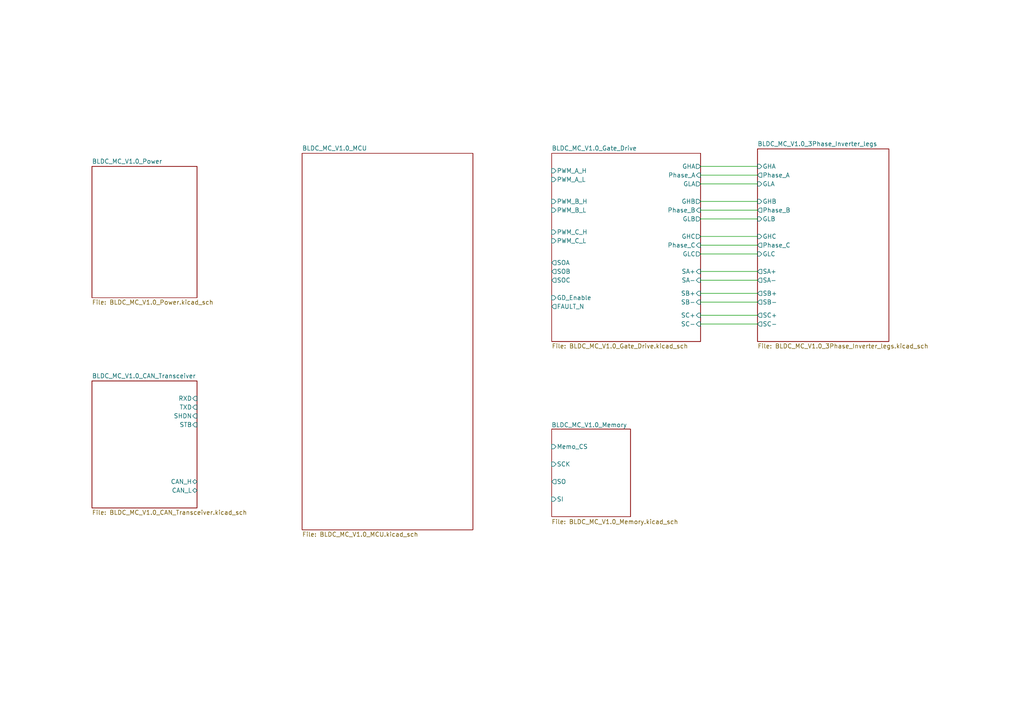
<source format=kicad_sch>
(kicad_sch
	(version 20250114)
	(generator "eeschema")
	(generator_version "9.0")
	(uuid "e34fda66-7244-4ac9-bbf7-3725f03e688f")
	(paper "A4")
	(title_block
		(title "${Project_Name}")
		(date "2026-01-05")
		(rev "V1")
	)
	(lib_symbols)
	(wire
		(pts
			(xy 203.2 71.12) (xy 219.71 71.12)
		)
		(stroke
			(width 0)
			(type default)
		)
		(uuid "068f54f6-5640-446e-a24b-5168a5128dbd")
	)
	(wire
		(pts
			(xy 203.2 50.8) (xy 219.71 50.8)
		)
		(stroke
			(width 0)
			(type default)
		)
		(uuid "0b1e164e-c1e5-41da-ac7a-a8b218d47372")
	)
	(wire
		(pts
			(xy 203.2 87.63) (xy 219.71 87.63)
		)
		(stroke
			(width 0)
			(type default)
		)
		(uuid "18285a51-0f5a-4c12-ac65-68566d68edc2")
	)
	(wire
		(pts
			(xy 203.2 63.5) (xy 219.71 63.5)
		)
		(stroke
			(width 0)
			(type default)
		)
		(uuid "19852caf-fbb3-47ed-836a-18e2b52da27d")
	)
	(wire
		(pts
			(xy 203.2 73.66) (xy 219.71 73.66)
		)
		(stroke
			(width 0)
			(type default)
		)
		(uuid "26fcab83-412a-47af-a46b-cfa8d47305c8")
	)
	(wire
		(pts
			(xy 203.2 85.09) (xy 219.71 85.09)
		)
		(stroke
			(width 0)
			(type default)
		)
		(uuid "43ce8b9c-9101-4dfb-a7a6-d00b3455ad21")
	)
	(wire
		(pts
			(xy 203.2 68.58) (xy 219.71 68.58)
		)
		(stroke
			(width 0)
			(type default)
		)
		(uuid "5d974fe5-a00b-42b3-ae19-243f15eebc63")
	)
	(wire
		(pts
			(xy 203.2 53.34) (xy 219.71 53.34)
		)
		(stroke
			(width 0)
			(type default)
		)
		(uuid "5fbbc7c6-4901-40e5-9fd9-4ca8fc83f9fc")
	)
	(wire
		(pts
			(xy 203.2 91.44) (xy 219.71 91.44)
		)
		(stroke
			(width 0)
			(type default)
		)
		(uuid "60a14fcd-635e-4c89-a38d-842b39f14ba2")
	)
	(wire
		(pts
			(xy 203.2 93.98) (xy 219.71 93.98)
		)
		(stroke
			(width 0)
			(type default)
		)
		(uuid "6b07a989-6cc0-47bc-be3c-3b227322b726")
	)
	(wire
		(pts
			(xy 203.2 60.96) (xy 219.71 60.96)
		)
		(stroke
			(width 0)
			(type default)
		)
		(uuid "9c0c97d6-9986-4b19-ab10-68d9a1389f36")
	)
	(wire
		(pts
			(xy 203.2 78.74) (xy 219.71 78.74)
		)
		(stroke
			(width 0)
			(type default)
		)
		(uuid "ad815ecd-af73-4aa9-92e9-db982a8d2c1f")
	)
	(wire
		(pts
			(xy 203.2 81.28) (xy 219.71 81.28)
		)
		(stroke
			(width 0)
			(type default)
		)
		(uuid "bc792633-7fbe-425f-9780-325e977db37f")
	)
	(wire
		(pts
			(xy 203.2 48.26) (xy 219.71 48.26)
		)
		(stroke
			(width 0)
			(type default)
		)
		(uuid "eb6f4f7a-2798-49ee-888d-00a76a060e4c")
	)
	(wire
		(pts
			(xy 203.2 58.42) (xy 219.71 58.42)
		)
		(stroke
			(width 0)
			(type default)
		)
		(uuid "fd295b47-eb64-4991-b4fe-99f5b4bddc3f")
	)
	(sheet
		(at 26.67 110.49)
		(size 30.48 36.83)
		(exclude_from_sim no)
		(in_bom yes)
		(on_board yes)
		(dnp no)
		(fields_autoplaced yes)
		(stroke
			(width 0.1524)
			(type solid)
		)
		(fill
			(color 0 0 0 0.0000)
		)
		(uuid "17c2dea7-3456-4796-810d-fa2277d14545")
		(property "Sheetname" "BLDC_MC_V1.0_CAN_Transceiver"
			(at 26.67 109.7784 0)
			(effects
				(font
					(size 1.27 1.27)
				)
				(justify left bottom)
			)
		)
		(property "Sheetfile" "BLDC_MC_V1.0_CAN_Transceiver.kicad_sch"
			(at 26.67 147.9046 0)
			(effects
				(font
					(size 1.27 1.27)
				)
				(justify left top)
			)
		)
		(pin "CAN_L" bidirectional
			(at 57.15 142.24 0)
			(uuid "8ebeb0ca-2f81-41e7-a8b3-170cddd3ee2c")
			(effects
				(font
					(size 1.27 1.27)
				)
				(justify right)
			)
		)
		(pin "CAN_H" bidirectional
			(at 57.15 139.7 0)
			(uuid "04ac4f4a-2fa8-44e5-8e99-dc8744614c1b")
			(effects
				(font
					(size 1.27 1.27)
				)
				(justify right)
			)
		)
		(pin "RXD" input
			(at 57.15 115.57 0)
			(uuid "4a513d0e-4732-4d7a-97b8-460e719238f4")
			(effects
				(font
					(size 1.27 1.27)
				)
				(justify right)
			)
		)
		(pin "TXD" input
			(at 57.15 118.11 0)
			(uuid "9ab95830-69a6-47e5-bc43-8bb40c631933")
			(effects
				(font
					(size 1.27 1.27)
				)
				(justify right)
			)
		)
		(pin "SHDN" input
			(at 57.15 120.65 0)
			(uuid "f1ad4d46-fd8b-4dfb-b5b4-9b496ce1df81")
			(effects
				(font
					(size 1.27 1.27)
				)
				(justify right)
			)
		)
		(pin "STB" input
			(at 57.15 123.19 0)
			(uuid "2acd9cf8-8729-4113-aa41-410116aaa72d")
			(effects
				(font
					(size 1.27 1.27)
				)
				(justify right)
			)
		)
		(instances
			(project "BLDC_MC_V1.0"
				(path "/e34fda66-7244-4ac9-bbf7-3725f03e688f"
					(page "4")
				)
			)
		)
	)
	(sheet
		(at 160.02 44.45)
		(size 43.18 54.61)
		(exclude_from_sim no)
		(in_bom yes)
		(on_board yes)
		(dnp no)
		(fields_autoplaced yes)
		(stroke
			(width 0.1524)
			(type solid)
		)
		(fill
			(color 0 0 0 0.0000)
		)
		(uuid "6e3e7380-448b-40c5-a207-83c216af4ef7")
		(property "Sheetname" "BLDC_MC_V1.0_Gate_Drive"
			(at 160.02 43.7384 0)
			(effects
				(font
					(size 1.27 1.27)
				)
				(justify left bottom)
			)
		)
		(property "Sheetfile" "BLDC_MC_V1.0_Gate_Drive.kicad_sch"
			(at 160.02 99.6446 0)
			(effects
				(font
					(size 1.27 1.27)
				)
				(justify left top)
			)
		)
		(pin "GLB" output
			(at 203.2 63.5 0)
			(uuid "2740dbca-c52a-451d-82b0-7acfbddcfb29")
			(effects
				(font
					(size 1.27 1.27)
				)
				(justify right)
			)
		)
		(pin "GHB" output
			(at 203.2 58.42 0)
			(uuid "92da4b07-570c-4a29-b38f-129f0c6c7520")
			(effects
				(font
					(size 1.27 1.27)
				)
				(justify right)
			)
		)
		(pin "Phase_B" input
			(at 203.2 60.96 0)
			(uuid "9a56d443-e20e-4720-8ae9-e33081f0634c")
			(effects
				(font
					(size 1.27 1.27)
				)
				(justify right)
			)
		)
		(pin "Phase_C" input
			(at 203.2 71.12 0)
			(uuid "ee5fe8bb-ad9a-4664-94c8-f168e629799c")
			(effects
				(font
					(size 1.27 1.27)
				)
				(justify right)
			)
		)
		(pin "GHA" output
			(at 203.2 48.26 0)
			(uuid "77263d83-a72f-4d90-aeb0-74a074dd58c9")
			(effects
				(font
					(size 1.27 1.27)
				)
				(justify right)
			)
		)
		(pin "GLA" output
			(at 203.2 53.34 0)
			(uuid "b003a5db-881e-41c0-bb60-1803c4fb78cb")
			(effects
				(font
					(size 1.27 1.27)
				)
				(justify right)
			)
		)
		(pin "Phase_A" input
			(at 203.2 50.8 0)
			(uuid "d7daa91b-f1d4-4f7d-b5d4-3c0dec38474e")
			(effects
				(font
					(size 1.27 1.27)
				)
				(justify right)
			)
		)
		(pin "GHC" output
			(at 203.2 68.58 0)
			(uuid "566792da-68ca-4a8b-8af7-90948ca953f9")
			(effects
				(font
					(size 1.27 1.27)
				)
				(justify right)
			)
		)
		(pin "GLC" output
			(at 203.2 73.66 0)
			(uuid "17264edd-203f-4cea-81ca-b4ea2c931001")
			(effects
				(font
					(size 1.27 1.27)
				)
				(justify right)
			)
		)
		(pin "SOA" output
			(at 160.02 76.2 180)
			(uuid "6d1c524d-fe1c-4db6-bd2f-fa9a879ead1c")
			(effects
				(font
					(size 1.27 1.27)
				)
				(justify left)
			)
		)
		(pin "SOB" output
			(at 160.02 78.74 180)
			(uuid "562da20d-60cd-4e78-b57c-114f6f30a3d6")
			(effects
				(font
					(size 1.27 1.27)
				)
				(justify left)
			)
		)
		(pin "SOC" output
			(at 160.02 81.28 180)
			(uuid "30ac93d8-7fd1-4fe3-b645-e564ef93bae3")
			(effects
				(font
					(size 1.27 1.27)
				)
				(justify left)
			)
		)
		(pin "PWM_C_L" input
			(at 160.02 69.85 180)
			(uuid "739eeca2-95e3-4244-8159-a309a0cbe89b")
			(effects
				(font
					(size 1.27 1.27)
				)
				(justify left)
			)
		)
		(pin "PWM_A_H" input
			(at 160.02 49.53 180)
			(uuid "d57bcc1f-53ef-4052-93b3-7b899678f53b")
			(effects
				(font
					(size 1.27 1.27)
				)
				(justify left)
			)
		)
		(pin "PWM_A_L" input
			(at 160.02 52.07 180)
			(uuid "44791599-5137-457b-a565-fd9658d65a6e")
			(effects
				(font
					(size 1.27 1.27)
				)
				(justify left)
			)
		)
		(pin "PWM_B_H" input
			(at 160.02 58.42 180)
			(uuid "ea06e68d-4f09-4839-a0e1-ffaef8c2f8be")
			(effects
				(font
					(size 1.27 1.27)
				)
				(justify left)
			)
		)
		(pin "PWM_B_L" input
			(at 160.02 60.96 180)
			(uuid "aad7beed-fae8-4b2c-8155-ca6ac257f463")
			(effects
				(font
					(size 1.27 1.27)
				)
				(justify left)
			)
		)
		(pin "PWM_C_H" input
			(at 160.02 67.31 180)
			(uuid "26be985b-3c7e-4c21-bc5d-d48c044f96ce")
			(effects
				(font
					(size 1.27 1.27)
				)
				(justify left)
			)
		)
		(pin "SA+" input
			(at 203.2 78.74 0)
			(uuid "1c2637a3-8ed1-4ce2-b091-a40d87b7338e")
			(effects
				(font
					(size 1.27 1.27)
				)
				(justify right)
			)
		)
		(pin "SC-" input
			(at 203.2 93.98 0)
			(uuid "a83e7b54-4716-417e-bf3f-1b32637dd232")
			(effects
				(font
					(size 1.27 1.27)
				)
				(justify right)
			)
		)
		(pin "SB-" input
			(at 203.2 87.63 0)
			(uuid "93f028ed-3fc5-4075-90ee-a4a5bf19f540")
			(effects
				(font
					(size 1.27 1.27)
				)
				(justify right)
			)
		)
		(pin "SB+" input
			(at 203.2 85.09 0)
			(uuid "75872afe-5883-45e4-9eb9-b2e05e571475")
			(effects
				(font
					(size 1.27 1.27)
				)
				(justify right)
			)
		)
		(pin "SC+" input
			(at 203.2 91.44 0)
			(uuid "0d2b0a5f-a03d-4eca-afe4-2581d07589d7")
			(effects
				(font
					(size 1.27 1.27)
				)
				(justify right)
			)
		)
		(pin "SA-" input
			(at 203.2 81.28 0)
			(uuid "202f8b96-73af-48de-954b-184ce6f9efaa")
			(effects
				(font
					(size 1.27 1.27)
				)
				(justify right)
			)
		)
		(pin "GD_Enable" input
			(at 160.02 86.36 180)
			(uuid "48627459-9db5-4035-9240-03114388fb19")
			(effects
				(font
					(size 1.27 1.27)
				)
				(justify left)
			)
		)
		(pin "FAULT_N" output
			(at 160.02 88.9 180)
			(uuid "717b7d8f-a49d-483a-ae20-d636ec62415f")
			(effects
				(font
					(size 1.27 1.27)
				)
				(justify left)
			)
		)
		(instances
			(project "BLDC_MC_V1.0"
				(path "/e34fda66-7244-4ac9-bbf7-3725f03e688f"
					(page "7")
				)
			)
		)
	)
	(sheet
		(at 219.71 43.18)
		(size 38.1 55.88)
		(exclude_from_sim no)
		(in_bom yes)
		(on_board yes)
		(dnp no)
		(fields_autoplaced yes)
		(stroke
			(width 0.1524)
			(type solid)
		)
		(fill
			(color 0 0 0 0.0000)
		)
		(uuid "92b92d4b-1235-4f84-bc4b-c464ddae5bcb")
		(property "Sheetname" "BLDC_MC_V1.0_3Phase_Inverter_legs"
			(at 219.71 42.4684 0)
			(effects
				(font
					(size 1.27 1.27)
				)
				(justify left bottom)
			)
		)
		(property "Sheetfile" "BLDC_MC_V1.0_3Phase_Inverter_legs.kicad_sch"
			(at 219.71 99.6446 0)
			(effects
				(font
					(size 1.27 1.27)
				)
				(justify left top)
			)
		)
		(pin "Phase_C" output
			(at 219.71 71.12 180)
			(uuid "fe2f340b-7c69-48ff-b020-97a3fc90c1b9")
			(effects
				(font
					(size 1.27 1.27)
				)
				(justify left)
			)
		)
		(pin "Phase_A" output
			(at 219.71 50.8 180)
			(uuid "e201089e-81f7-4a9c-8ae6-6d07b088f721")
			(effects
				(font
					(size 1.27 1.27)
				)
				(justify left)
			)
		)
		(pin "Phase_B" output
			(at 219.71 60.96 180)
			(uuid "3ba3fd08-9520-43a0-ab11-e961f28f649e")
			(effects
				(font
					(size 1.27 1.27)
				)
				(justify left)
			)
		)
		(pin "SC+" output
			(at 219.71 91.44 180)
			(uuid "34e1637c-8f35-4d7c-ad1e-d362742a8708")
			(effects
				(font
					(size 1.27 1.27)
				)
				(justify left)
			)
		)
		(pin "SC-" output
			(at 219.71 93.98 180)
			(uuid "34593983-04b5-4514-9074-46fe0b593b18")
			(effects
				(font
					(size 1.27 1.27)
				)
				(justify left)
			)
		)
		(pin "GLB" input
			(at 219.71 63.5 180)
			(uuid "04a9f44e-ac83-4bb3-b2d1-2b76c99b4a59")
			(effects
				(font
					(size 1.27 1.27)
				)
				(justify left)
			)
		)
		(pin "SA-" output
			(at 219.71 81.28 180)
			(uuid "1bc78efc-acd3-4ab2-8028-270b961c0d1e")
			(effects
				(font
					(size 1.27 1.27)
				)
				(justify left)
			)
		)
		(pin "SB+" output
			(at 219.71 85.09 180)
			(uuid "386f5b8a-2213-47a1-9576-58cf1ae8eaab")
			(effects
				(font
					(size 1.27 1.27)
				)
				(justify left)
			)
		)
		(pin "GHC" input
			(at 219.71 68.58 180)
			(uuid "11611a2a-c92c-4dbc-b0c8-ab92e31f41ff")
			(effects
				(font
					(size 1.27 1.27)
				)
				(justify left)
			)
		)
		(pin "GLC" input
			(at 219.71 73.66 180)
			(uuid "b8011bf7-62ab-4d4a-925d-51399898e335")
			(effects
				(font
					(size 1.27 1.27)
				)
				(justify left)
			)
		)
		(pin "SB-" output
			(at 219.71 87.63 180)
			(uuid "d114dc33-4bd7-4177-87ba-1d0aeb74ac0a")
			(effects
				(font
					(size 1.27 1.27)
				)
				(justify left)
			)
		)
		(pin "GLA" input
			(at 219.71 53.34 180)
			(uuid "83109d58-b137-4149-9fb1-34fada8e253d")
			(effects
				(font
					(size 1.27 1.27)
				)
				(justify left)
			)
		)
		(pin "SA+" output
			(at 219.71 78.74 180)
			(uuid "01ac48ed-04f8-42ae-8e74-68084cf897cf")
			(effects
				(font
					(size 1.27 1.27)
				)
				(justify left)
			)
		)
		(pin "GHB" input
			(at 219.71 58.42 180)
			(uuid "e96cb2a2-ba99-47f8-95f0-629a890d954e")
			(effects
				(font
					(size 1.27 1.27)
				)
				(justify left)
			)
		)
		(pin "GHA" input
			(at 219.71 48.26 180)
			(uuid "162d04e6-dbe2-48c3-a649-59ba1e953a0c")
			(effects
				(font
					(size 1.27 1.27)
				)
				(justify left)
			)
		)
		(instances
			(project "BLDC_MC_V1.0"
				(path "/e34fda66-7244-4ac9-bbf7-3725f03e688f"
					(page "6")
				)
			)
		)
	)
	(sheet
		(at 87.63 44.45)
		(size 49.53 109.22)
		(exclude_from_sim no)
		(in_bom yes)
		(on_board yes)
		(dnp no)
		(fields_autoplaced yes)
		(stroke
			(width 0.1524)
			(type solid)
		)
		(fill
			(color 0 0 0 0.0000)
		)
		(uuid "a8b67aa6-c16e-4704-8284-64b4e81a0aca")
		(property "Sheetname" "BLDC_MC_V1.0_MCU"
			(at 87.63 43.7384 0)
			(effects
				(font
					(size 1.27 1.27)
				)
				(justify left bottom)
			)
		)
		(property "Sheetfile" "BLDC_MC_V1.0_MCU.kicad_sch"
			(at 87.63 154.2546 0)
			(effects
				(font
					(size 1.27 1.27)
				)
				(justify left top)
			)
		)
		(instances
			(project "BLDC_MC_V1.0"
				(path "/e34fda66-7244-4ac9-bbf7-3725f03e688f"
					(page "3")
				)
			)
		)
	)
	(sheet
		(at 160.02 124.46)
		(size 22.86 25.4)
		(exclude_from_sim no)
		(in_bom yes)
		(on_board yes)
		(dnp no)
		(stroke
			(width 0.1524)
			(type solid)
		)
		(fill
			(color 0 0 0 0.0000)
		)
		(uuid "bcfa60d7-9b39-4a60-8e0a-1c9d768132f8")
		(property "Sheetname" "BLDC_MC_V1.0_Memory"
			(at 159.9543 124.0001 0)
			(effects
				(font
					(size 1.27 1.27)
				)
				(justify left bottom)
			)
		)
		(property "Sheetfile" "BLDC_MC_V1.0_Memory.kicad_sch"
			(at 159.9543 150.6044 0)
			(effects
				(font
					(size 1.27 1.27)
				)
				(justify left top)
			)
		)
		(pin "SI" input
			(at 160.02 144.78 180)
			(uuid "1eb5141c-6335-441b-b484-d2d08e21db62")
			(effects
				(font
					(size 1.27 1.27)
				)
				(justify left)
			)
		)
		(pin "SCK" input
			(at 160.02 134.62 180)
			(uuid "578d780a-4076-4d33-8b7d-522ee24b942e")
			(effects
				(font
					(size 1.27 1.27)
				)
				(justify left)
			)
		)
		(pin "Memo_CS" input
			(at 160.02 129.54 180)
			(uuid "70fcaa5e-e9b1-40bc-8ace-f9ad8eeffe50")
			(effects
				(font
					(size 1.27 1.27)
				)
				(justify left)
			)
		)
		(pin "SO" output
			(at 160.02 139.7 180)
			(uuid "c4049add-b636-4594-b0f5-7246e0ade3f1")
			(effects
				(font
					(size 1.27 1.27)
				)
				(justify left)
			)
		)
		(instances
			(project "BLDC_MC_V1.0"
				(path "/e34fda66-7244-4ac9-bbf7-3725f03e688f"
					(page "5")
				)
			)
		)
	)
	(sheet
		(at 26.67 48.26)
		(size 30.48 38.1)
		(exclude_from_sim no)
		(in_bom yes)
		(on_board yes)
		(dnp no)
		(fields_autoplaced yes)
		(stroke
			(width 0.1524)
			(type solid)
		)
		(fill
			(color 0 0 0 0.0000)
		)
		(uuid "e7fbbff1-7265-43e4-97d7-cbbb02426874")
		(property "Sheetname" "BLDC_MC_V1.0_Power"
			(at 26.67 47.5484 0)
			(effects
				(font
					(size 1.27 1.27)
				)
				(justify left bottom)
			)
		)
		(property "Sheetfile" "BLDC_MC_V1.0_Power.kicad_sch"
			(at 26.67 86.9446 0)
			(effects
				(font
					(size 1.27 1.27)
				)
				(justify left top)
			)
		)
		(instances
			(project "BLDC_MC_V1.0"
				(path "/e34fda66-7244-4ac9-bbf7-3725f03e688f"
					(page "2")
				)
			)
		)
	)
	(sheet_instances
		(path "/"
			(page "1")
		)
	)
	(embedded_fonts no)
)

</source>
